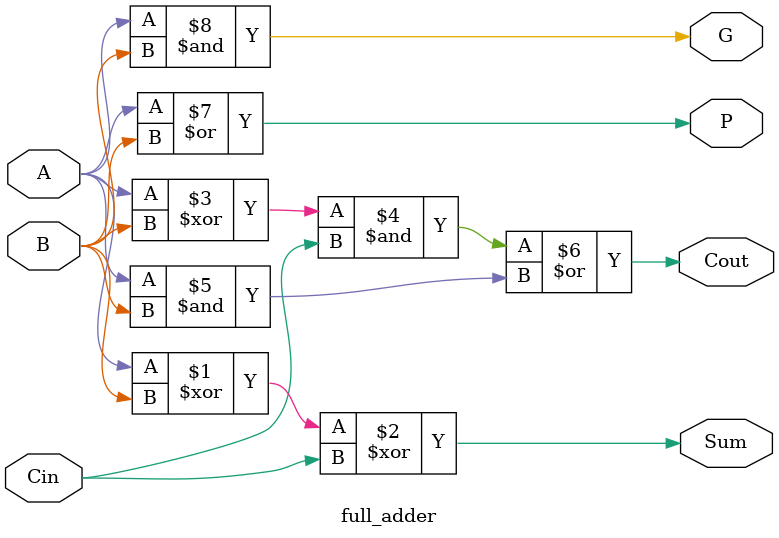
<source format=v>
module CLA_4b_adder
#(parameter DIVIDER=  100000)
(
    input clk,rst,
    input [7:0]sw,
  //  output [4:0]data
    output reg[7:0]D0_SEG,
    output reg[3:0]D0_AN
    );


///////////4 bit adder part/////////////////
wire [3:0]Sum;
full_adder f1 (.A(sw[0]),.B(sw[4]),.Cin(Cin[0]),.Sum(Sum[0]),.P(P[0]),.G(G[0]));
full_adder f2 (.A(sw[1]),.B(sw[5]),.Cin(Cin[1]),.Sum(Sum[1]),.P(P[1]),.G(G[1]));
full_adder f3 (.A(sw[2]),.B(sw[6]),.Cin(Cin[2]),.Sum(Sum[2]),.P(P[2]),.G(G[2]));
full_adder f4 (.A(sw[3]),.B(sw[7]),.Cin(Cin[3]),.Sum(Sum[3]),.P(P[3]),.G(G[3]));
//////////////////////////////////
//////////carry look-ahead circuits///////////
wire [3:0]G,P,Cin;
wire Cout;
assign Cin[0] = 1'b0;
assign Cin[1] = G[0]|(P[0]&Cin[0]);
assign Cin[2] = G[1]|(P[1]&G[0])|(P[1]&P[0]&Cin[0]);
assign Cin[3] = G[2]|(P[2]&G[1])|(P[2]&P[1]&G[0])|(P[2]&P[1]&P[0]&Cin[0]);
assign Cout   = G[3]|(P[3]&G[2])|(P[3]&P[2]&G[1])|(P[3]&P[2]&P[1]&G[0])|(P[3]&P[2]&P[1]&P[0]&Cin[0]);
//////////////Display Data///////////////////////////
///////////////7_segment diaplay////////////////////
reg [$clog2(DIVIDER):0]cnt;
always @(posedge clk, posedge rst)begin
    if(rst)cnt<=0;
    else cnt = cnt+1;
end
////////////////////////////////////////
wire Sel;
reg [3:0]data;
assign Sel = cnt[$clog2(DIVIDER)];
always @(*)begin
    case(Sel)
    1'b0: begin data = Sum;D0_AN= 4'b1110;end
    1'b1: begin data = {3'd0,Cout};D0_AN= 4'b1101;end
    endcase
end
//////////7_segment diaplay////////////////
always @ (*)
begin
    case(data)
    0: D0_SEG = 7'b100_0000;	
    1: D0_SEG = 7'b111_1001;
    2: D0_SEG = 7'b010_0100;
    3: D0_SEG = 7'b011_0000;
    4: D0_SEG = 7'b001_1001;
    5: D0_SEG = 7'b001_0010;
    6: D0_SEG = 7'b000_0010;
    7: D0_SEG = 7'b111_1000;
    8: D0_SEG = 7'b000_0000;
    9: D0_SEG = 7'b001_0000;
    ////////////////////////
    10: D0_SEG = 7'b000_1000;
    11: D0_SEG = 7'b000_0011;
    12: D0_SEG = 7'b100_0110;
    13: D0_SEG = 7'b010_0001;
    14: D0_SEG = 7'b000_0110;
    15: D0_SEG = 7'b000_1110;
    default: D0_SEG = 7'b100_0000;	
    endcase
end

endmodule
module full_adder(
    input A,B,Cin,
    output Sum, Cout,P,G
);
assign Sum = (A^B)^Cin;
assign Cout = ((A^B)&Cin)|A&B;
assign P = A|B;
assign G = A&B;
endmodule


</source>
